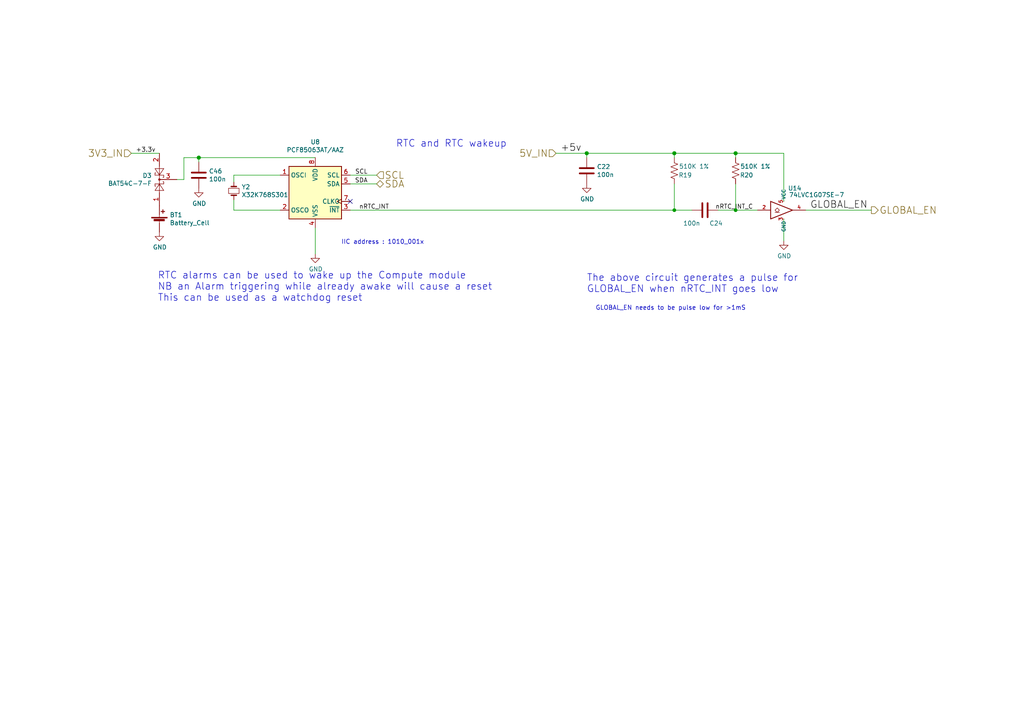
<source format=kicad_sch>
(kicad_sch (version 20231120) (generator "eeschema") (generator_version "8.0")
  (paper "A4")
  (title_block (title "Compute Module 4 IO Board - RTC - FAN") (rev "1") (company "© 2020-2022 Raspberry Pi Ltd (formerly Raspberry Pi (Trading) Ltd.)") (comment 1 "www.raspberrypi.com"))
  (lib_symbols
    (symbol "CM4IO:74LVC1G07_copy"
      (property "Reference" "U" (at -2.54 3.81 0))
      (property "Value" "74LVC1G07_copy" (at 0 -3.81 0))
      (symbol "74LVC1G07_copy_0_1"
        (polyline (pts (xy -2.54 -0.635) (xy -1.27 -0.635)))
        (polyline (pts (xy -3.81 2.54) (xy -3.81 -2.54) (xy 2.54 0) (xy -3.81 2.54)) (stroke (width 0.254)))
        (polyline (pts (xy -1.905 0.635) (xy -2.54 0) (xy -1.905 -0.635) (xy -1.27 0) (xy -1.905 0.635)))
      )
      (symbol "74LVC1G07_copy_1_1"
        (pin input line (at -7.62 0 0) (length 3.81) (name "~") (number "2"))
        (pin power_in line (at 0 -2.54 270) (length 0) (name "GND") (number "3"))
        (pin open_collector line (at 6.35 0 180) (length 3.81) (name "~") (number "4"))
        (pin power_in line (at 0 2.54 90) (length 0) (name "VCC") (number "5"))
      )
    )
    (symbol "Device:Battery_Cell" (pin_numbers hide) (pin_names (offset 0) hide)
      (property "Reference" "BT" (at 2.54 2.54 0))
      (property "Value" "Battery_Cell" (at 2.54 0 0))
      (symbol "Battery_Cell_0_1"
        (rectangle (start -2.286 1.778) (end 2.286 1.524) (fill (type outline)))
        (rectangle (start -1.5748 1.1938) (end 1.4732 0.6858) (fill (type outline)))
        (polyline (pts (xy 0 0.762) (xy 0 0)))
        (polyline (pts (xy 0 1.778) (xy 0 2.54)))
        (polyline (pts (xy 0.508 3.429) (xy 1.524 3.429)) (stroke (width 0.254)))
        (polyline (pts (xy 1.016 3.937) (xy 1.016 2.921)) (stroke (width 0.254)))
      )
      (symbol "Battery_Cell_1_1"
        (pin passive line (at 0 5.08 270) (length 2.54) (name "+") (number "1"))
        (pin passive line (at 0 -2.54 90) (length 2.54) (name "-") (number "2"))
      )
    )
    (symbol "Device:C" (pin_numbers hide) (pin_names (offset 0.254))
      (property "Reference" "C" (at 0.635 2.54 0))
      (property "Value" "C" (at 0.635 -2.54 0))
      (symbol "C_0_1"
        (polyline (pts (xy -2.032 -0.762) (xy 2.032 -0.762)) (stroke (width 0.508)))
        (polyline (pts (xy -2.032 0.762) (xy 2.032 0.762)) (stroke (width 0.508)))
      )
      (symbol "C_1_1"
        (pin passive line (at 0 3.81 270) (length 2.794) (name "~") (number "1"))
        (pin passive line (at 0 -3.81 90) (length 2.794) (name "~") (number "2"))
      )
    )
    (symbol "Device:Crystal_Small" (pin_numbers hide) (pin_names hide)
      (property "Reference" "Y" (at 0 2.54 0))
      (property "Value" "Crystal_Small" (at 0 -2.54 0))
      (symbol "Crystal_Small_0_1"
        (rectangle (start -0.762 -1.524) (end 0.762 1.524))
        (polyline (pts (xy -1.27 -0.762) (xy -1.27 0.762)) (stroke (width 0.381)))
        (polyline (pts (xy 1.27 -0.762) (xy 1.27 0.762)) (stroke (width 0.381)))
      )
      (symbol "Crystal_Small_1_1"
        (pin passive line (at -2.54 0 0) (length 1.27) (name "1") (number "1"))
        (pin passive line (at 2.54 0 180) (length 1.27) (name "2") (number "2"))
      )
    )
    (symbol "Device:R_US" (pin_numbers hide) (pin_names (offset 0))
      (property "Reference" "R" (at 2.54 0 90))
      (property "Value" "R_US" (at -2.54 0 90))
      (symbol "R_US_0_1"
        (polyline (pts (xy 0 -2.286) (xy 0 -2.54)))
        (polyline (pts (xy 0 2.286) (xy 0 2.54)))
        (polyline (pts (xy 0 -0.762) (xy 1.016 -1.143) (xy 0 -1.524) (xy -1.016 -1.905) (xy 0 -2.286)))
        (polyline (pts (xy 0 0.762) (xy 1.016 0.381) (xy 0 0) (xy -1.016 -0.381) (xy 0 -0.762)))
        (polyline (pts (xy 0 2.286) (xy 1.016 1.905) (xy 0 1.524) (xy -1.016 1.143) (xy 0 0.762)))
      )
      (symbol "R_US_1_1"
        (pin passive line (at 0 3.81 270) (length 1.27) (name "~") (number "1"))
        (pin passive line (at 0 -3.81 90) (length 1.27) (name "~") (number "2"))
      )
    )
    (symbol "Diode:BAT54C"
      (property "Reference" "D" (at 0.635 -3.81 0))
      (property "Value" "BAT54C" (at -6.35 3.175 0))
      (symbol "BAT54C_0_1"
        (polyline (pts (xy -1.905 0) (xy 1.905 0)))
        (polyline (pts (xy -1.905 1.27) (xy -1.905 1.016)))
        (polyline (pts (xy -1.27 -1.27) (xy -0.635 -1.27)))
        (polyline (pts (xy -1.27 0) (xy -3.81 0)))
        (polyline (pts (xy -1.27 1.27) (xy -1.905 1.27)))
        (polyline (pts (xy -1.27 1.27) (xy -1.27 -1.27)))
        (polyline (pts (xy -0.635 -1.27) (xy -0.635 -1.016)))
        (polyline (pts (xy 0.635 -1.27) (xy 0.635 -1.016)))
        (polyline (pts (xy 1.27 -1.27) (xy 0.635 -1.27)))
        (polyline (pts (xy 1.27 1.27) (xy 1.27 -1.27)))
        (polyline (pts (xy 1.27 1.27) (xy 1.905 1.27)))
        (polyline (pts (xy 1.905 1.27) (xy 1.905 1.016)))
        (polyline (pts (xy 3.81 0) (xy 1.27 0)))
        (polyline (pts (xy -3.175 -1.27) (xy -3.175 1.27) (xy -1.27 0) (xy -3.175 -1.27)))
        (polyline (pts (xy 3.175 -1.27) (xy 3.175 1.27) (xy 1.27 0) (xy 3.175 -1.27)))
        (circle (center 0 0) (radius 0.254) (fill (type outline)))
      )
      (symbol "BAT54C_1_1"
        (pin passive line (at -7.62 0 0) (length 3.81) (name "~") (number "1"))
        (pin passive line (at 7.62 0 180) (length 3.81) (name "~") (number "2"))
        (pin passive line (at 0 -5.08 90) (length 5.08) (name "~") (number "3"))
      )
    )
    (symbol "Timer_RTC:PCF8563T"
      (property "Reference" "U" (at -7.62 8.89 0))
      (property "Value" "PCF8563T" (at 2.54 8.89 0))
      (symbol "PCF8563T_0_1"
        (rectangle (start -7.62 7.62) (end 7.62 -7.62) (stroke (width 0.254)) (fill (type background)))
      )
      (symbol "PCF8563T_1_1"
        (pin input line (at -10.16 5.08 0) (length 2.54) (name "OSCI") (number "1"))
        (pin output line (at -10.16 -5.08 0) (length 2.54) (name "OSCO") (number "2"))
        (pin output line (at 10.16 -5.08 180) (length 2.54) (name "~{INT}") (number "3"))
        (pin power_in line (at 0 -10.16 90) (length 2.54) (name "VSS") (number "4"))
        (pin bidirectional line (at 10.16 2.54 180) (length 2.54) (name "SDA") (number "5"))
        (pin input line (at 10.16 5.08 180) (length 2.54) (name "SCL") (number "6"))
        (pin output clock (at 10.16 -2.54 180) (length 2.54) (name "CLKO") (number "7"))
        (pin power_in line (at 0 10.16 270) (length 2.54) (name "VDD") (number "8"))
      )
    )
    (symbol "power:GND" (power) (pin_names (offset 0))
      (property "Value" "GND" (at 0 -3.81 0))
      (symbol "GND_0_1"
        (polyline (pts (xy 0 0) (xy 0 -1.27) (xy 1.27 -1.27) (xy 0 -2.54) (xy -1.27 -1.27) (xy 0 -1.27)))
      )
      (symbol "GND_1_1"
        (pin power_in line (at 0 0 270) (length 0) hide (name "GND") (number "1"))
      )
    )
  )
  (junction (at 213.36 60.96))
  (junction (at 170.18 44.45) (diameter 1.016))
  (junction (at 195.58 44.45) (diameter 1.016))
  (junction (at 195.58 60.96))
  (junction (at 213.36 44.45) (diameter 1.016))
  (junction (at 57.658 45.72) (diameter 1.016))
  (no_connect (at 101.6 58.42))
  (wire (pts (xy 67.818 50.8) (xy 81.28 50.8)))
  (wire (pts (xy 57.658 45.72) (xy 91.44 45.72)))
  (wire (pts (xy 91.44 66.04) (xy 91.44 73.66)))
  (wire (pts (xy 195.58 44.45) (xy 195.58 45.72)))
  (wire (pts (xy 53.34 45.72) (xy 57.658 45.72)))
  (wire (pts (xy 57.658 45.72) (xy 57.658 47.0154)))
  (wire (pts (xy 195.58 60.96) (xy 200.66 60.96)))
  (wire (pts (xy 51.308 52.07) (xy 53.34 52.07)))
  (wire (pts (xy 67.818 60.96) (xy 67.818 57.912)))
  (wire (pts (xy 213.36 44.45) (xy 227.33 44.45)))
  (wire (pts (xy 227.33 44.45) (xy 227.33 58.42)))
  (wire (pts (xy 213.36 53.34) (xy 213.36 60.96)))
  (wire (pts (xy 213.36 60.96) (xy 219.71 60.96)))
  (wire (pts (xy 161.29 44.45) (xy 170.18 44.45)))
  (wire (pts (xy 109.22 50.8) (xy 101.6 50.8)))
  (wire (pts (xy 53.34 52.07) (xy 53.34 45.72)))
  (wire (pts (xy 208.28 60.96) (xy 213.36 60.96)))
  (wire (pts (xy 38.1 44.45) (xy 46.228 44.45)))
  (wire (pts (xy 81.28 60.96) (xy 67.818 60.96)))
  (wire (pts (xy 233.68 60.96) (xy 252.73 60.96)))
  (wire (pts (xy 195.58 44.45) (xy 213.36 44.45)))
  (wire (pts (xy 170.18 44.45) (xy 195.58 44.45)))
  (wire (pts (xy 170.18 45.72) (xy 170.18 44.45)))
  (wire (pts (xy 227.33 63.5) (xy 227.33 69.85)))
  (wire (pts (xy 109.22 53.34) (xy 101.6 53.34)))
  (wire (pts (xy 213.36 44.45) (xy 213.36 45.72)))
  (wire (pts (xy 101.6 60.96) (xy 195.58 60.96)))
  (wire (pts (xy 67.818 50.8) (xy 67.818 52.832)))
  (wire (pts (xy 195.58 53.34) (xy 195.58 60.96)))
  (text "RTC alarms can be used to wake up the Compute module\nNB an Alarm triggering while already awake will cause a reset \nThis can be used as a watchdog reset " (at 45.72 87.63 0) (effects (font (size 2.0066 2.0066)) (justify left bottom)))
  (text "RTC and RTC wakeup" (at 114.808 42.926 0) (effects (font (size 2.0066 2.0066)) (justify left bottom)))
  (text "IIC address : 1010_001x" (at 98.9838 71.0438 0) (effects (font (size 1.27 1.27)) (justify left bottom)))
  (text "GLOBAL_EN needs to be pulse low for >1mS" (at 172.72 90.17 0) (effects (font (size 1.27 1.27)) (justify left bottom)))
  (text "The above circuit generates a pulse for\nGLOBAL_EN when nRTC_INT goes low" (at 170.18 85.09 0) (effects (font (size 2.0066 2.0066)) (justify left bottom)))
  (label "+5v" (at 162.56 44.45 0) (effects (font (size 2.0066 2.0066))))
  (label "SDA" (at 106.68 53.34 180))
  (label "SCL" (at 106.68 50.8 180))
  (label "GLOBAL_EN" (at 234.95 60.96 0) (effects (font (size 2.0066 2.0066))))
  (label "nRTC_INT" (at 104.14 60.96 0))
  (label "nRTC_INT_C" (at 218.44 60.96 180))
  (label "+3.3v" (at 39.37 44.45 0))
  (hierarchical_label "5V_IN" (shape input) (at 161.29 44.45 180) (effects (font (size 2.0066 2.0066))))
  (hierarchical_label "3V3_IN" (shape input) (at 38.1 44.45 180) (effects (font (size 2.0066 2.0066))))
  (hierarchical_label "SCL" (shape input) (at 109.22 50.8 0) (effects (font (size 2.0066 2.0066))))
  (hierarchical_label "SDA" (shape bidirectional) (at 109.22 53.34 0) (effects (font (size 2.0066 2.0066))))
  (hierarchical_label "GLOBAL_EN" (shape output) (at 252.73 60.96 0) (effects (font (size 2.0066 2.0066))))
  (symbol (lib_id "power:GND") (at 91.44 73.66 0) (unit 1)
    (property "Reference" "#PWR028" (effects (hide yes)))
    (property "Value" "GND" (at 91.567 78.0542 0))
  )
  (symbol (lib_id "Device:Battery_Cell") (at 46.228 64.77 0) (unit 1)
    (property "Reference" "BT1" (at 49.2252 62.3316 0) (effects (justify left)))
    (property "Value" "Battery_Cell" (at 49.2252 64.643 0) (effects (justify left)))
    (property "Footprint" "Battery:BatteryHolder_Keystone_3034_1x20mm" (effects (hide yes)))
    (property "Datasheet" "https://www.keyelco.com/userAssets/file/M65p9.pdf" (effects (hide yes)))
    (property "Field4" "Digikey" (effects (hide yes)))
    (property "Field5" "36-3034-ND" (effects (hide yes)))
    (property "Field6" "3034" (effects (hide yes)))
    (property "Field7" "Keystone" (effects (hide yes)))
    (property "Part Description" "	Battery Retainer Coin, 20.0mm 1 Cell SMD (SMT) Tab" (effects (hide yes)))
  )
  (symbol (lib_id "power:GND") (at 46.228 67.31 0) (unit 1)
    (property "Reference" "#PWR030" (effects (hide yes)))
    (property "Value" "GND" (at 46.355 71.7042 0))
  )
  (symbol (lib_id "CM4IO:74LVC1G07_copy") (at 227.33 60.96 0) (unit 1)
    (property "Reference" "U14" (at 230.505 54.61 0))
    (property "Value" "74LVC1G07SE-7" (at 236.855 56.515 0))
    (property "Footprint" "Package_TO_SOT_SMD:SOT-353_SC-70-5" (effects (hide yes)))
    (property "Datasheet" "https://www.diodes.com/assets/Datasheets/74LVC1G07.pdf" (effects (hide yes)))
    (property "Field4" "Farnell" (effects (hide yes)))
    (property "Field5" "2425492" (effects (hide yes)))
    (property "Field6" "74LVC1G07SE-7" (effects (hide yes)))
    (property "Field7" "Diodes" (effects (hide yes)))
    (property "Part Description" "Buffer, Non-Inverting 1 Element 1 Bit per Element Open Drain Output SOT-353" (effects (hide yes)))
  )
  (symbol (lib_id "Device:R_US") (at 195.58 49.53 180) (unit 1)
    (property "Reference" "R19" (at 198.755 50.8 0))
    (property "Value" "510K 1%" (at 201.295 48.26 0))
    (property "Footprint" "Resistor_SMD:R_0402_1005Metric" (effects (hide yes)))
    (property "Description" "Resistor, US symbol" (effects (hide yes)))
    (property "Field4" "Farnell" (effects (hide yes)))
    (property "Field5" "1458807" (effects (hide yes)))
    (property "Field7" "Rohm" (effects (hide yes)))
    (property "Field6" "MCR01MZPF5103" (effects (hide yes)))
    (property "Part Description" "Resistor 510K M1005 1% 63mW" (effects (hide yes)))
  )
  (symbol (lib_id "Device:R_US") (at 213.36 49.53 180) (unit 1)
    (property "Reference" "R20" (at 216.535 50.8 0))
    (property "Value" "510K 1%" (at 219.075 48.26 0))
    (property "Footprint" "Resistor_SMD:R_0402_1005Metric" (effects (hide yes)))
    (property "Description" "Resistor, US symbol" (effects (hide yes)))
    (property "Field4" "Farnell" (effects (hide yes)))
    (property "Field5" "1458807" (effects (hide yes)))
    (property "Field7" "Rohm" (effects (hide yes)))
    (property "Field6" "MCR01MZPF5103" (effects (hide yes)))
    (property "Part Description" "Resistor 510K M1005 1% 63mW" (effects (hide yes)))
  )
  (symbol (lib_id "Device:C") (at 170.18 49.53 0) (unit 1)
    (property "Reference" "C22" (at 173.101 48.3616 0) (effects (justify left)))
    (property "Value" "100n" (at 173.101 50.673 0) (effects (justify left)))
    (property "Footprint" "Capacitor_SMD:C_0402_1005Metric" (effects (hide yes)))
    (property "Datasheet" "https://search.murata.co.jp/Ceramy/image/img/A01X/G101/ENG/GRM155R71C104KA88-01.pdf" (effects (hide yes)))
    (property "Field4" "Farnell" (effects (hide yes)))
    (property "Field5" "2611911" (effects (hide yes)))
    (property "Field6" "RM EMK105 B7104KV-F" (effects (hide yes)))
    (property "Field7" "TAIYO YUDEN EUROPE GMBH" (effects (hide yes)))
    (property "Part Description" "	0.1uF 10% 16V Ceramic Capacitor X7R 0402 (1005 Metric)" (effects (hide yes)))
    (property "Field8" "110091611" (effects (hide yes)))
  )
  (symbol (lib_id "Device:C") (at 204.47 60.96 270) (unit 1)
    (property "Reference" "C24" (at 205.74 64.77 90) (effects (justify left)))
    (property "Value" "100n" (at 198.12 64.77 90) (effects (justify left)))
    (property "Footprint" "Capacitor_SMD:C_0402_1005Metric" (effects (hide yes)))
    (property "Datasheet" "https://search.murata.co.jp/Ceramy/image/img/A01X/G101/ENG/GRM155R71C104KA88-01.pdf" (effects (hide yes)))
    (property "Field4" "Farnell" (effects (hide yes)))
    (property "Field5" "2611911" (effects (hide yes)))
    (property "Field6" "RM EMK105 B7104KV-F" (effects (hide yes)))
    (property "Field7" "TAIYO YUDEN EUROPE GMBH" (effects (hide yes)))
    (property "Part Description" "	0.1uF 10% 16V Ceramic Capacitor X7R 0402 (1005 Metric)" (effects (hide yes)))
    (property "Field8" "110091611" (effects (hide yes)))
  )
  (symbol (lib_id "power:GND") (at 227.33 69.85 0) (unit 1)
    (property "Reference" "#PWR034" (effects (hide yes)))
    (property "Value" "GND" (at 227.457 74.2442 0))
  )
  (symbol (lib_id "power:GND") (at 170.18 53.34 0) (unit 1)
    (property "Reference" "#PWR031" (effects (hide yes)))
    (property "Value" "GND" (at 170.307 57.7342 0))
  )
  (symbol (lib_id "Timer_RTC:PCF8563T") (at 91.44 55.88 0) (unit 1)
    (property "Reference" "U8" (at 91.44 41.1734 0))
    (property "Value" "PCF85063AT/AAZ" (at 91.44 43.4848 0))
    (property "Footprint" "Package_SO:SOIC-8_3.9x4.9mm_P1.27mm" (effects (hide yes)))
    (property "Datasheet" "https://www.nxp.com/docs/en/data-sheet/PCF85063A.pdf" (effects (hide yes)))
    (property "Field4" "Farnell" (effects (hide yes)))
    (property "Field5" "2890042" (effects (hide yes)))
    (property "Field7" "NXP" (effects (hide yes)))
    (property "Field6" "PCF85063AT/AAZ" (effects (hide yes)))
    (property "Part Description" "Real Time Clock (RTC) IC Clock/Calendar I²C, 2-Wire Serial 8-SOIC (0.154\", 3.90mm Width)" (effects (hide yes)))
  )
  (symbol (lib_id "Device:Crystal_Small") (at 67.818 55.372 90) (unit 1)
    (property "Reference" "Y2" (at 70.0532 54.229 90) (effects (justify right)))
    (property "Value" "X32K768S301" (at 70.0532 56.515 90) (effects (justify right)))
    (property "Footprint" "Crystal:Crystal_SMD_3215-2Pin_3.2x1.5mm" (effects (hide yes)))
    (property "Field6" "X32K768S301" (effects (hide yes)))
    (property "Field7" "AEL" (effects (hide yes)))
    (property "Part Description" "Crystal 32.768KHz 7pF 20pmm" (effects (hide yes)))
  )
  (symbol (lib_id "Diode:BAT54C") (at 46.228 52.07 90) (unit 1)
    (property "Reference" "D3" (at 44.0182 50.927 90) (effects (justify left)))
    (property "Value" "BAT54C-7-F" (at 44.0182 53.213 90) (effects (justify left)))
    (property "Footprint" "Package_TO_SOT_SMD:SOT-23" (effects (hide yes)))
    (property "Datasheet" "http://www.farnell.com/datasheets/2861240.pdf?_ga=2.129831176.54358802.1587372871-1787849031.1568210898&_gac=1.175311126.1587399424.EAIaIQobChMInOvF07P36AIVw7HtCh0NWwCeEAAYAyAAEgI0YfD_BwE" (effects (hide yes)))
    (property "Field4" "Farnell" (effects (hide yes)))
    (property "Field5" "2306010" (effects (hide yes)))
    (property "Field6" "BAT54C-7-F" (effects (hide yes)))
    (property "Field7" "Rohm" (effects (hide yes)))
    (property "Part Description" "Diode Array 1 Pair Common Cathode Schottky 30V 200mA (DC) Surface Mount TO-236-3, SC-59, SOT-23-3" (effects (hide yes)))
  )
  (symbol (lib_id "power:GND") (at 57.658 54.6354 0) (unit 1)
    (property "Reference" "#PWR03" (effects (hide yes)))
    (property "Value" "GND" (at 57.785 59.0296 0))
  )
  (symbol (lib_id "Device:C") (at 57.658 50.8254 0) (unit 1)
    (property "Reference" "C46" (at 60.579 49.657 0) (effects (justify left)))
    (property "Value" "100n" (at 60.579 51.9684 0) (effects (justify left)))
    (property "Footprint" "Capacitor_SMD:C_0402_1005Metric" (effects (hide yes)))
    (property "Datasheet" "https://search.murata.co.jp/Ceramy/image/img/A01X/G101/ENG/GRM155R71C104KA88-01.pdf" (effects (hide yes)))
    (property "Field4" "Farnell" (effects (hide yes)))
    (property "Field5" "2611911" (effects (hide yes)))
    (property "Field6" "RM EMK105 B7104KV-F" (effects (hide yes)))
    (property "Field7" "TAIYO YUDEN EUROPE GMBH" (effects (hide yes)))
    (property "Part Description" "	0.1uF 10% 16V Ceramic Capacitor X7R 0402 (1005 Metric)" (effects (hide yes)))
    (property "Field8" "110091611" (effects (hide yes)))
  )
)
</source>
